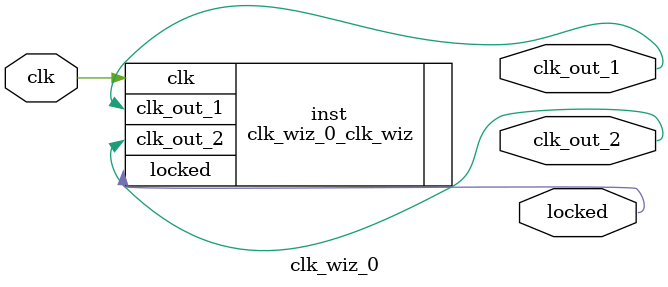
<source format=v>


`timescale 1ps/1ps

(* CORE_GENERATION_INFO = "clk_wiz_0,clk_wiz_v6_0_11_0_0,{component_name=clk_wiz_0,use_phase_alignment=true,use_min_o_jitter=false,use_max_i_jitter=false,use_dyn_phase_shift=false,use_inclk_switchover=false,use_dyn_reconfig=false,enable_axi=0,feedback_source=FDBK_AUTO,PRIMITIVE=MMCM,num_out_clk=2,clkin1_period=10.000,clkin2_period=10.000,use_power_down=false,use_reset=false,use_locked=true,use_inclk_stopped=false,feedback_type=SINGLE,CLOCK_MGR_TYPE=NA,manual_override=false}" *)

module clk_wiz_0 
 (
  // Clock out ports
  output        clk_out_1,
  output        clk_out_2,
  // Status and control signals
  output        locked,
 // Clock in ports
  input         clk
 );

  clk_wiz_0_clk_wiz inst
  (
  // Clock out ports  
  .clk_out_1(clk_out_1),
  .clk_out_2(clk_out_2),
  // Status and control signals               
  .locked(locked),
 // Clock in ports
  .clk(clk)
  );

endmodule

</source>
